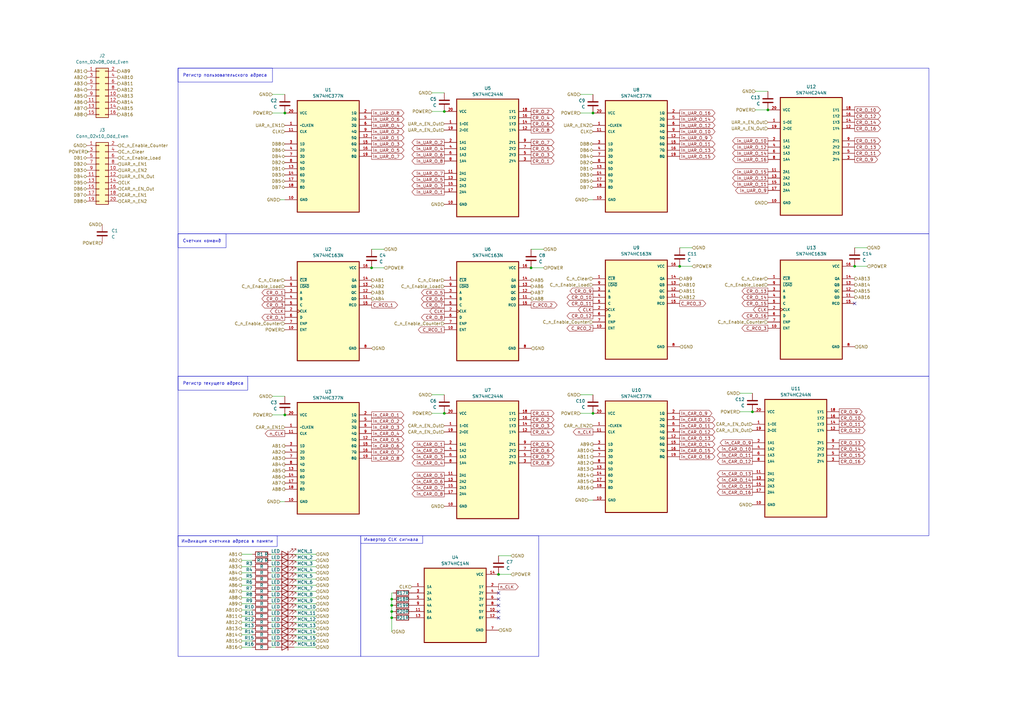
<source format=kicad_sch>
(kicad_sch (version 20230121) (generator eeschema)
  (paper "A3")
  (title_block (title "Схема электрическая \\n принципиальная \\n счетчика команд"))
  (junction (at 182.245 45.72))
  (junction (at 116.84 170.18))
  (junction (at 160.655 248.285))
  (junction (at 204.47 235.585))
  (junction (at 314.96 45.085))
  (junction (at 308.61 168.91))
  (junction (at 243.205 169.545))
  (junction (at 152.4 109.855))
  (junction (at 243.205 46.355))
  (junction (at 182.245 169.545))
  (junction (at 278.765 109.22))
  (junction (at 350.52 109.22))
  (junction (at 217.805 109.855))
  (junction (at 160.655 253.365))
  (junction (at 160.655 245.745))
  (junction (at 160.655 250.825))
  (junction (at 116.84 46.355))
  (no_connect (at 350.52 124.46))
  (no_connect (at 204.47 248.285))
  (no_connect (at 204.47 245.745))
  (no_connect (at 204.47 243.205))
  (no_connect (at 204.47 253.365))
  (no_connect (at 204.47 250.825))
  (wire (pts (xy 114.935 81.915) (xy 116.84 81.915)))
  (wire (pts (xy 308.61 161.29) (xy 303.53 161.29)))
  (wire (pts (xy 120.65 242.57) (xy 129.54 242.57)))
  (wire (pts (xy 114.935 205.74) (xy 116.84 205.74)))
  (wire (pts (xy 217.805 102.235) (xy 222.885 102.235)))
  (wire (pts (xy 111.125 247.65) (xy 113.03 247.65)))
  (wire (pts (xy 243.205 169.545) (xy 238.125 169.545)))
  (wire (pts (xy 103.505 252.73) (xy 99.06 252.73)))
  (wire (pts (xy 35.56 62.23) (xy 36.195 62.23)))
  (wire (pts (xy 160.655 245.745) (xy 160.655 243.205)))
  (wire (pts (xy 113.03 255.27) (xy 111.125 255.27)))
  (wire (pts (xy 120.65 227.33) (xy 129.54 227.33)))
  (wire (pts (xy 278.765 109.22) (xy 283.845 109.22)))
  (wire (pts (xy 120.65 245.11) (xy 129.54 245.11)))
  (wire (pts (xy 152.4 102.235) (xy 157.48 102.235)))
  (wire (pts (xy 204.47 235.585) (xy 209.55 235.585)))
  (wire (pts (xy 243.205 161.925) (xy 238.125 161.925)))
  (wire (pts (xy 241.3 81.915) (xy 243.205 81.915)))
  (wire (pts (xy 120.65 257.81) (xy 129.54 257.81)))
  (wire (pts (xy 120.65 237.49) (xy 129.54 237.49)))
  (wire (pts (xy 204.47 227.965) (xy 209.55 227.965)))
  (wire (pts (xy 116.84 170.18) (xy 111.76 170.18)))
  (wire (pts (xy 160.655 253.365) (xy 160.655 250.825)))
  (wire (pts (xy 103.505 227.33) (xy 99.06 227.33)))
  (wire (pts (xy 160.655 250.825) (xy 160.655 248.285)))
  (wire (pts (xy 116.84 46.355) (xy 111.76 46.355)))
  (wire (pts (xy 120.65 247.65) (xy 129.54 247.65)))
  (wire (pts (xy 103.505 250.19) (xy 99.06 250.19)))
  (wire (pts (xy 120.65 260.35) (xy 129.54 260.35)))
  (wire (pts (xy 116.84 162.56) (xy 111.76 162.56)))
  (wire (pts (xy 113.03 232.41) (xy 111.125 232.41)))
  (wire (pts (xy 113.03 242.57) (xy 111.125 242.57)))
  (wire (pts (xy 160.655 248.285) (xy 160.655 245.745)))
  (wire (pts (xy 120.65 234.95) (xy 129.54 234.95)))
  (wire (pts (xy 113.03 260.35) (xy 111.125 260.35)))
  (wire (pts (xy 103.505 234.95) (xy 99.06 234.95)))
  (wire (pts (xy 120.65 240.03) (xy 129.54 240.03)))
  (wire (pts (xy 113.03 257.81) (xy 111.125 257.81)))
  (wire (pts (xy 314.96 37.465) (xy 309.88 37.465)))
  (wire (pts (xy 182.245 161.925) (xy 177.165 161.925)))
  (wire (pts (xy 120.65 252.73) (xy 129.54 252.73)))
  (wire (pts (xy 103.505 260.35) (xy 99.06 260.35)))
  (wire (pts (xy 120.65 255.27) (xy 129.54 255.27)))
  (wire (pts (xy 113.03 252.73) (xy 111.125 252.73)))
  (wire (pts (xy 113.03 237.49) (xy 111.125 237.49)))
  (wire (pts (xy 350.52 109.22) (xy 355.6 109.22)))
  (wire (pts (xy 103.505 262.89) (xy 99.06 262.89)))
  (wire (pts (xy 103.505 245.11) (xy 99.06 245.11)))
  (wire (pts (xy 243.205 38.735) (xy 238.125 38.735)))
  (wire (pts (xy 182.245 38.1) (xy 177.165 38.1)))
  (wire (pts (xy 103.505 265.43) (xy 99.06 265.43)))
  (wire (pts (xy 241.3 205.105) (xy 243.205 205.105)))
  (wire (pts (xy 103.505 257.81) (xy 99.06 257.81)))
  (wire (pts (xy 120.65 250.19) (xy 129.54 250.19)))
  (wire (pts (xy 243.205 46.355) (xy 238.125 46.355)))
  (wire (pts (xy 160.655 253.365) (xy 161.29 253.365)))
  (wire (pts (xy 103.505 229.87) (xy 99.06 229.87)))
  (wire (pts (xy 152.4 109.855) (xy 157.48 109.855)))
  (wire (pts (xy 182.245 45.72) (xy 177.165 45.72)))
  (wire (pts (xy 160.655 245.745) (xy 161.29 245.745)))
  (wire (pts (xy 278.765 101.6) (xy 283.845 101.6)))
  (wire (pts (xy 113.03 240.03) (xy 111.125 240.03)))
  (wire (pts (xy 160.655 243.205) (xy 161.29 243.205)))
  (wire (pts (xy 120.65 262.89) (xy 129.54 262.89)))
  (wire (pts (xy 113.03 262.89) (xy 111.125 262.89)))
  (wire (pts (xy 103.505 232.41) (xy 99.06 232.41)))
  (wire (pts (xy 113.03 265.43) (xy 111.125 265.43)))
  (wire (pts (xy 120.65 229.87) (xy 129.54 229.87)))
  (wire (pts (xy 182.245 169.545) (xy 177.165 169.545)))
  (wire (pts (xy 111.125 227.33) (xy 113.03 227.33)))
  (wire (pts (xy 160.655 248.285) (xy 161.29 248.285)))
  (wire (pts (xy 111.125 229.87) (xy 113.03 229.87)))
  (wire (pts (xy 111.125 250.19) (xy 113.03 250.19)))
  (wire (pts (xy 217.805 109.855) (xy 222.885 109.855)))
  (wire (pts (xy 160.655 259.08) (xy 160.655 253.365)))
  (wire (pts (xy 160.655 250.825) (xy 161.29 250.825)))
  (wire (pts (xy 116.84 38.735) (xy 111.76 38.735)))
  (wire (pts (xy 103.505 255.27) (xy 99.06 255.27)))
  (wire (pts (xy 113.03 245.11) (xy 111.125 245.11)))
  (wire (pts (xy 103.505 237.49) (xy 99.06 237.49)))
  (wire (pts (xy 308.61 168.91) (xy 303.53 168.91)))
  (wire (pts (xy 120.65 265.43) (xy 129.54 265.43)))
  (wire (pts (xy 350.52 101.6) (xy 355.6 101.6)))
  (wire (pts (xy 103.505 242.57) (xy 99.06 242.57)))
  (wire (pts (xy 314.96 45.085) (xy 309.88 45.085)))
  (wire (pts (xy 120.65 232.41) (xy 129.54 232.41)))
  (wire (pts (xy 103.505 240.03) (xy 99.06 240.03)))
  (wire (pts (xy 103.505 247.65) (xy 99.06 247.65)))
  (wire (pts (xy 113.03 234.95) (xy 111.125 234.95)))
  (rectangle (start 73.025 27.94) (end 381 95.885))
  (rectangle (start 73.025 219.71) (end 147.955 269.24))
  (rectangle (start 73.025 219.71) (end 113.665 224.155))
  (rectangle (start 73.025 95.885) (end 381 154.305))
  (rectangle (start 73.025 27.94) (end 111.76 33.655))
  (rectangle (start 73.025 154.305) (end 101.6 160.02))
  (rectangle (start 147.955 219.71) (end 173.355 222.885))
  (rectangle (start 73.025 154.305) (end 381 219.71))
  (rectangle (start 147.955 219.71) (end 220.98 269.24))
  (rectangle (start 73.025 95.885) (end 92.71 101.6))
  (text "Регистр пользовательского адреса" (at 74.93 31.75 0) (effects (font (size 1.27 1.27)) (justify left bottom)))
  (text "Регистр текущего адреса" (at 74.93 158.115 0) (effects (font (size 1.27 1.27)) (justify left bottom)))
  (text "Счетчик команд\n" (at 74.93 99.695 0) (effects (font (size 1.27 1.27)) (justify left bottom)))
  (text "Инвертор CLK сигнала" (at 149.225 222.25 0) (effects (font (size 1.27 1.27)) (justify left bottom)))
  (text "Индикация счетчика адреса в памяти" (at 74.295 222.885 0) (effects (font (size 1.27 1.27)) (justify left bottom)))
  (global_label "in_UAR_O_13" (shape output) (at 278.765 61.595 0) (property "Intersheetrefs" "${INTERSHEET_REFS}" (effects hide)))
  (global_label "CR_O_14" (shape output) (at 314.96 121.92 180) (property "Intersheetrefs" "${INTERSHEET_REFS}" (effects hide)))
  (global_label "in_СAR_O_14" (shape output) (at 278.765 182.245 0) (property "Intersheetrefs" "${INTERSHEET_REFS}" (effects hide)))
  (global_label "in_СAR_O_1" (shape output) (at 182.245 182.245 180) (property "Intersheetrefs" "${INTERSHEET_REFS}" (effects hide)))
  (global_label "in_UAR_O_3" (shape output) (at 182.245 76.2 180) (property "Intersheetrefs" "${INTERSHEET_REFS}" (effects hide)))
  (global_label "CR_O_9" (shape output) (at 344.17 168.91 0) (property "Intersheetrefs" "${INTERSHEET_REFS}" (effects hide)))
  (global_label "CR_O_16" (shape output) (at 314.96 129.54 180) (property "Intersheetrefs" "${INTERSHEET_REFS}" (effects hide)))
  (global_label "in_UAR_O_16" (shape output) (at 278.765 46.355 0) (property "Intersheetrefs" "${INTERSHEET_REFS}" (effects hide)))
  (global_label "in_СAR_O_9" (shape output) (at 278.765 169.545 0) (property "Intersheetrefs" "${INTERSHEET_REFS}" (effects hide)))
  (global_label "in_UAR_O_6" (shape output) (at 182.245 63.5 180) (property "Intersheetrefs" "${INTERSHEET_REFS}" (effects hide)))
  (global_label "CR_O_9" (shape output) (at 350.52 65.405 0) (property "Intersheetrefs" "${INTERSHEET_REFS}" (effects hide)))
  (global_label "in_СAR_O_7" (shape output) (at 182.245 200.025 180) (property "Intersheetrefs" "${INTERSHEET_REFS}" (effects hide)))
  (global_label "C_RCO_2" (shape output) (at 243.205 134.62 180) (property "Intersheetrefs" "${INTERSHEET_REFS}" (effects hide)))
  (global_label "in_СAR_O_11" (shape output) (at 308.61 186.69 180) (property "Intersheetrefs" "${INTERSHEET_REFS}" (effects hide)))
  (global_label "CR_O_11" (shape output) (at 350.52 62.865 0) (property "Intersheetrefs" "${INTERSHEET_REFS}" (effects hide)))
  (global_label "CR_O_9" (shape output) (at 243.205 119.38 180) (property "Intersheetrefs" "${INTERSHEET_REFS}" (effects hide)))
  (global_label "CR_O_3" (shape output) (at 116.84 125.095 180) (property "Intersheetrefs" "${INTERSHEET_REFS}" (effects hide)))
  (global_label "in_СAR_O_4" (shape output) (at 152.4 177.8 0) (property "Intersheetrefs" "${INTERSHEET_REFS}" (effects hide)))
  (global_label "CR_O_8" (shape output) (at 217.805 189.865 0) (property "Intersheetrefs" "${INTERSHEET_REFS}" (effects hide)))
  (global_label "in_UAR_O_15" (shape output) (at 314.96 70.485 180) (property "Intersheetrefs" "${INTERSHEET_REFS}" (effects hide)))
  (global_label "CR_O_4" (shape output) (at 217.805 48.26 0) (property "Intersheetrefs" "${INTERSHEET_REFS}" (effects hide)))
  (global_label "CR_O_13" (shape output) (at 344.17 181.61 0) (property "Intersheetrefs" "${INTERSHEET_REFS}" (effects hide)))
  (global_label "CR_O_12" (shape output) (at 350.52 47.625 0) (property "Intersheetrefs" "${INTERSHEET_REFS}" (effects hide)))
  (global_label "in_СAR_O_10" (shape output) (at 308.61 184.15 180) (property "Intersheetrefs" "${INTERSHEET_REFS}" (effects hide)))
  (global_label "CR_O_4" (shape output) (at 116.84 130.175 180) (property "Intersheetrefs" "${INTERSHEET_REFS}" (effects hide)))
  (global_label "in_СAR_O_8" (shape output) (at 152.4 187.96 0) (property "Intersheetrefs" "${INTERSHEET_REFS}" (effects hide)))
  (global_label "n_CLK" (shape output) (at 116.84 177.8 180) (property "Intersheetrefs" "${INTERSHEET_REFS}" (effects hide)))
  (global_label "CR_O_14" (shape output) (at 350.52 50.165 0) (property "Intersheetrefs" "${INTERSHEET_REFS}" (effects hide)))
  (global_label "in_СAR_O_3" (shape output) (at 182.245 187.325 180) (property "Intersheetrefs" "${INTERSHEET_REFS}" (effects hide)))
  (global_label "CR_O_4" (shape output) (at 217.805 177.165 0) (property "Intersheetrefs" "${INTERSHEET_REFS}" (effects hide)))
  (global_label "CR_O_16" (shape output) (at 350.52 52.705 0) (property "Intersheetrefs" "${INTERSHEET_REFS}" (effects hide)))
  (global_label "in_UAR_O_8" (shape output) (at 182.245 66.04 180) (property "Intersheetrefs" "${INTERSHEET_REFS}" (effects hide)))
  (global_label "in_UAR_O_14" (shape output) (at 278.765 48.895 0) (property "Intersheetrefs" "${INTERSHEET_REFS}" (effects hide)))
  (global_label "in_СAR_O_12" (shape output) (at 278.765 177.165 0) (property "Intersheetrefs" "${INTERSHEET_REFS}" (effects hide)))
  (global_label "C_RCO_3" (shape output) (at 278.765 124.46 0) (property "Intersheetrefs" "${INTERSHEET_REFS}" (effects hide)))
  (global_label "CR_O_7" (shape output) (at 217.805 58.42 0) (property "Intersheetrefs" "${INTERSHEET_REFS}" (effects hide)))
  (global_label "CR_O_1" (shape output) (at 116.84 120.015 180) (property "Intersheetrefs" "${INTERSHEET_REFS}" (effects hide)))
  (global_label "in_СAR_O_5" (shape output) (at 182.245 194.945 180) (property "Intersheetrefs" "${INTERSHEET_REFS}" (effects hide)))
  (global_label "CR_O_11" (shape output) (at 344.17 173.99 0) (property "Intersheetrefs" "${INTERSHEET_REFS}" (effects hide)))
  (global_label "in_UAR_O_8" (shape output) (at 152.4 46.355 0) (property "Intersheetrefs" "${INTERSHEET_REFS}" (effects hide)))
  (global_label "CR_O_5" (shape output) (at 217.805 60.96 0) (property "Intersheetrefs" "${INTERSHEET_REFS}" (effects hide)))
  (global_label "in_СAR_O_9" (shape output) (at 308.61 181.61 180) (property "Intersheetrefs" "${INTERSHEET_REFS}" (effects hide)))
  (global_label "in_UAR_O_6" (shape output) (at 152.4 48.895 0) (property "Intersheetrefs" "${INTERSHEET_REFS}" (effects hide)))
  (global_label "in_СAR_O_12" (shape output) (at 308.61 189.23 180) (property "Intersheetrefs" "${INTERSHEET_REFS}" (effects hide)))
  (global_label "in_UAR_O_2" (shape output) (at 182.245 58.42 180) (property "Intersheetrefs" "${INTERSHEET_REFS}" (effects hide)))
  (global_label "in_UAR_O_2" (shape output) (at 152.4 53.975 0) (property "Intersheetrefs" "${INTERSHEET_REFS}" (effects hide)))
  (global_label "CR_O_15" (shape output) (at 350.52 57.785 0) (property "Intersheetrefs" "${INTERSHEET_REFS}" (effects hide)))
  (global_label "C_RCO_3" (shape output) (at 314.96 134.62 180) (property "Intersheetrefs" "${INTERSHEET_REFS}" (effects hide)))
  (global_label "in_СAR_O_7" (shape output) (at 152.4 185.42 0) (property "Intersheetrefs" "${INTERSHEET_REFS}" (effects hide)))
  (global_label "in_UAR_O_7" (shape output) (at 182.245 71.12 180) (property "Intersheetrefs" "${INTERSHEET_REFS}" (effects hide)))
  (global_label "in_UAR_O_12" (shape output) (at 278.765 51.435 0) (property "Intersheetrefs" "${INTERSHEET_REFS}" (effects hide)))
  (global_label "CR_O_15" (shape output) (at 344.17 186.69 0) (property "Intersheetrefs" "${INTERSHEET_REFS}" (effects hide)))
  (global_label "in_СAR_O_6" (shape output) (at 152.4 182.88 0) (property "Intersheetrefs" "${INTERSHEET_REFS}" (effects hide)))
  (global_label "in_UAR_O_1" (shape output) (at 182.245 78.74 180) (property "Intersheetrefs" "${INTERSHEET_REFS}" (effects hide)))
  (global_label "CR_O_2" (shape output) (at 116.84 122.555 180) (property "Intersheetrefs" "${INTERSHEET_REFS}" (effects hide)))
  (global_label "in_СAR_O_3" (shape output) (at 152.4 175.26 0) (property "Intersheetrefs" "${INTERSHEET_REFS}" (effects hide)))
  (global_label "in_UAR_O_4" (shape output) (at 152.4 51.435 0) (property "Intersheetrefs" "${INTERSHEET_REFS}" (effects hide)))
  (global_label "in_СAR_O_10" (shape output) (at 278.765 172.085 0) (property "Intersheetrefs" "${INTERSHEET_REFS}" (effects hide)))
  (global_label "CR_O_8" (shape output) (at 217.805 53.34 0) (property "Intersheetrefs" "${INTERSHEET_REFS}" (effects hide)))
  (global_label "CR_O_16" (shape output) (at 344.17 189.23 0) (property "Intersheetrefs" "${INTERSHEET_REFS}" (effects hide)))
  (global_label "in_СAR_O_4" (shape output) (at 182.245 189.865 180) (property "Intersheetrefs" "${INTERSHEET_REFS}" (effects hide)))
  (global_label "C_RCO_2" (shape output) (at 217.805 125.095 0) (property "Intersheetrefs" "${INTERSHEET_REFS}" (effects hide)))
  (global_label "in_СAR_O_16" (shape output) (at 278.765 187.325 0) (property "Intersheetrefs" "${INTERSHEET_REFS}" (effects hide)))
  (global_label "C_RCO_1" (shape output) (at 152.4 125.095 0) (property "Intersheetrefs" "${INTERSHEET_REFS}" (effects hide)))
  (global_label "CR_O_5" (shape output) (at 217.805 182.245 0) (property "Intersheetrefs" "${INTERSHEET_REFS}" (effects hide)))
  (global_label "in_СAR_O_15" (shape output) (at 278.765 184.785 0) (property "Intersheetrefs" "${INTERSHEET_REFS}" (effects hide)))
  (global_label "CR_O_6" (shape output) (at 217.805 50.8 0) (property "Intersheetrefs" "${INTERSHEET_REFS}" (effects hide)))
  (global_label "in_UAR_O_12" (shape output) (at 314.96 60.325 180) (property "Intersheetrefs" "${INTERSHEET_REFS}" (effects hide)))
  (global_label "CLK" (shape output) (at 314.96 127 180) (property "Intersheetrefs" "${INTERSHEET_REFS}" (effects hide)))
  (global_label "CR_O_1" (shape output) (at 217.805 66.04 0) (property "Intersheetrefs" "${INTERSHEET_REFS}" (effects hide)))
  (global_label "n_CLK" (shape output) (at 204.47 240.665 0) (property "Intersheetrefs" "${INTERSHEET_REFS}" (effects hide)))
  (global_label "in_СAR_O_14" (shape output) (at 308.61 196.85 180) (property "Intersheetrefs" "${INTERSHEET_REFS}" (effects hide)))
  (global_label "in_СAR_O_2" (shape output) (at 152.4 172.72 0) (property "Intersheetrefs" "${INTERSHEET_REFS}" (effects hide)))
  (global_label "CR_O_2" (shape output) (at 217.805 172.085 0) (property "Intersheetrefs" "${INTERSHEET_REFS}" (effects hide)))
  (global_label "CR_O_3" (shape output) (at 217.805 174.625 0) (property "Intersheetrefs" "${INTERSHEET_REFS}" (effects hide)))
  (global_label "in_UAR_O_11" (shape output) (at 278.765 59.055 0) (property "Intersheetrefs" "${INTERSHEET_REFS}" (effects hide)))
  (global_label "C_RCO_1" (shape output) (at 182.245 135.255 180) (property "Intersheetrefs" "${INTERSHEET_REFS}" (effects hide)))
  (global_label "CR_O_11" (shape output) (at 243.205 124.46 180) (property "Intersheetrefs" "${INTERSHEET_REFS}" (effects hide)))
  (global_label "in_СAR_O_6" (shape output) (at 182.245 197.485 180) (property "Intersheetrefs" "${INTERSHEET_REFS}" (effects hide)))
  (global_label "CR_O_2" (shape output) (at 217.805 45.72 0) (property "Intersheetrefs" "${INTERSHEET_REFS}" (effects hide)))
  (global_label "in_UAR_O_9" (shape output) (at 278.765 56.515 0) (property "Intersheetrefs" "${INTERSHEET_REFS}" (effects hide)))
  (global_label "CR_O_13" (shape output) (at 350.52 60.325 0) (property "Intersheetrefs" "${INTERSHEET_REFS}" (effects hide)))
  (global_label "CR_O_8" (shape output) (at 182.245 130.175 180) (property "Intersheetrefs" "${INTERSHEET_REFS}" (effects hide)))
  (global_label "in_СAR_O_2" (shape output) (at 182.245 184.785 180) (property "Intersheetrefs" "${INTERSHEET_REFS}" (effects hide)))
  (global_label "in_СAR_O_16" (shape output) (at 308.61 201.93 180) (property "Intersheetrefs" "${INTERSHEET_REFS}" (effects hide)))
  (global_label "CLK" (shape output) (at 182.245 127.635 180) (property "Intersheetrefs" "${INTERSHEET_REFS}" (effects hide)))
  (global_label "in_СAR_O_15" (shape output) (at 308.61 199.39 180) (property "Intersheetrefs" "${INTERSHEET_REFS}" (effects hide)))
  (global_label "CR_O_12" (shape output) (at 344.17 176.53 0) (property "Intersheetrefs" "${INTERSHEET_REFS}" (effects hide)))
  (global_label "in_СAR_O_11" (shape output) (at 278.765 174.625 0) (property "Intersheetrefs" "${INTERSHEET_REFS}" (effects hide)))
  (global_label "in_UAR_O_13" (shape output) (at 314.96 73.025 180) (property "Intersheetrefs" "${INTERSHEET_REFS}" (effects hide)))
  (global_label "in_СAR_O_5" (shape output) (at 152.4 180.34 0) (property "Intersheetrefs" "${INTERSHEET_REFS}" (effects hide)))
  (global_label "CR_O_10" (shape output) (at 243.205 121.92 180) (property "Intersheetrefs" "${INTERSHEET_REFS}" (effects hide)))
  (global_label "CR_O_12" (shape output) (at 243.205 129.54 180) (property "Intersheetrefs" "${INTERSHEET_REFS}" (effects hide)))
  (global_label "in_UAR_O_9" (shape output) (at 314.96 78.105 180) (property "Intersheetrefs" "${INTERSHEET_REFS}" (effects hide)))
  (global_label "in_UAR_O_7" (shape output) (at 152.4 64.135 0) (property "Intersheetrefs" "${INTERSHEET_REFS}" (effects hide)))
  (global_label "in_UAR_O_10" (shape output) (at 314.96 57.785 180) (property "Intersheetrefs" "${INTERSHEET_REFS}" (effects hide)))
  (global_label "in_UAR_O_11" (shape output) (at 314.96 75.565 180) (property "Intersheetrefs" "${INTERSHEET_REFS}" (effects hide)))
  (global_label "in_UAR_O_5" (shape output) (at 182.245 73.66 180) (property "Intersheetrefs" "${INTERSHEET_REFS}" (effects hide)))
  (global_label "in_UAR_O_15" (shape output) (at 278.765 64.135 0) (property "Intersheetrefs" "${INTERSHEET_REFS}" (effects hide)))
  (global_label "in_СAR_O_1" (shape output) (at 152.4 170.18 0) (property "Intersheetrefs" "${INTERSHEET_REFS}" (effects hide)))
  (global_label "CR_O_5" (shape output) (at 182.245 120.015 180) (property "Intersheetrefs" "${INTERSHEET_REFS}" (effects hide)))
  (global_label "n_CLK" (shape output) (at 243.205 177.165 180) (property "Intersheetrefs" "${INTERSHEET_REFS}" (effects hide)))
  (global_label "CR_O_7" (shape output) (at 182.245 125.095 180) (property "Intersheetrefs" "${INTERSHEET_REFS}" (effects hide)))
  (global_label "in_СAR_O_13" (shape output) (at 308.61 194.31 180) (property "Intersheetrefs" "${INTERSHEET_REFS}" (effects hide)))
  (global_label "CR_O_6" (shape output) (at 182.245 122.555 180) (property "Intersheetrefs" "${INTERSHEET_REFS}" (effects hide)))
  (global_label "CLK" (shape output) (at 116.84 127.635 180) (property "Intersheetrefs" "${INTERSHEET_REFS}" (effects hide)))
  (global_label "CR_O_1" (shape output) (at 217.805 169.545 0) (property "Intersheetrefs" "${INTERSHEET_REFS}" (effects hide)))
  (global_label "in_UAR_O_16" (shape output) (at 314.96 65.405 180) (property "Intersheetrefs" "${INTERSHEET_REFS}" (effects hide)))
  (global_label "CR_O_14" (shape output) (at 344.17 184.15 0) (property "Intersheetrefs" "${INTERSHEET_REFS}" (effects hide)))
  (global_label "CR_O_6" (shape output) (at 217.805 184.785 0) (property "Intersheetrefs" "${INTERSHEET_REFS}" (effects hide)))
  (global_label "CR_O_10" (shape output) (at 344.17 171.45 0) (property "Intersheetrefs" "${INTERSHEET_REFS}" (effects hide)))
  (global_label "in_UAR_O_10" (shape output) (at 278.765 53.975 0) (property "Intersheetrefs" "${INTERSHEET_REFS}" (effects hide)))
  (global_label "in_UAR_O_1" (shape output) (at 152.4 56.515 0) (property "Intersheetrefs" "${INTERSHEET_REFS}" (effects hide)))
  (global_label "in_UAR_O_4" (shape output) (at 182.245 60.96 180) (property "Intersheetrefs" "${INTERSHEET_REFS}" (effects hide)))
  (global_label "CR_O_13" (shape output) (at 314.96 119.38 180) (property "Intersheetrefs" "${INTERSHEET_REFS}" (effects hide)))
  (global_label "in_UAR_O_14" (shape output) (at 314.96 62.865 180) (property "Intersheetrefs" "${INTERSHEET_REFS}" (effects hide)))
  (global_label "in_СAR_O_13" (shape output) (at 278.765 179.705 0) (property "Intersheetrefs" "${INTERSHEET_REFS}" (effects hide)))
  (global_label "CR_O_15" (shape output) (at 314.96 124.46 180) (property "Intersheetrefs" "${INTERSHEET_REFS}" (effects hide)))
  (global_label "in_UAR_O_3" (shape output) (at 152.4 59.055 0) (property "Intersheetrefs" "${INTERSHEET_REFS}" (effects hide)))
  (global_label "CLK" (shape output) (at 243.205 127 180) (property "Intersheetrefs" "${INTERSHEET_REFS}" (effects hide)))
  (global_label "in_UAR_O_5" (shape output) (at 152.4 61.595 0) (property "Intersheetrefs" "${INTERSHEET_REFS}" (effects hide)))
  (global_label "CR_O_10" (shape output) (at 350.52 45.085 0) (property "Intersheetrefs" "${INTERSHEET_REFS}" (effects hide)))
  (global_label "in_СAR_O_8" (shape output) (at 182.245 202.565 180) (property "Intersheetrefs" "${INTERSHEET_REFS}" (effects hide)))
  (global_label "CR_O_7" (shape output) (at 217.805 187.325 0) (property "Intersheetrefs" "${INTERSHEET_REFS}" (effects hide)))
  (global_label "CR_O_3" (shape output) (at 217.805 63.5 0) (property "Intersheetrefs" "${INTERSHEET_REFS}" (effects hide)))
  (hierarchical_label "AB9" (shape output) (at 48.26 29.21 0))
  (hierarchical_label "DB7" (shape bidirectional) (at 116.84 76.835 180))
  (hierarchical_label "AB12" (shape output) (at 243.205 189.865 180))
  (hierarchical_label "GND" (shape input) (at 157.48 102.235 0))
  (hierarchical_label "C_n_Enable_Load" (shape input) (at 48.26 64.77 0))
  (hierarchical_label "AB7" (shape output) (at 217.805 120.015 0))
  (hierarchical_label "GND" (shape input) (at 355.6 101.6 0))
  (hierarchical_label "AB13" (shape output) (at 99.06 257.81 180))
  (hierarchical_label "AB13" (shape output) (at 350.52 114.3 0))
  (hierarchical_label "GND" (shape input) (at 114.935 81.915 180))
  (hierarchical_label "GND" (shape input) (at 241.3 81.915 180))
  (hierarchical_label "GND" (shape input) (at 129.54 252.73 0))
  (hierarchical_label "GND" (shape input) (at 177.165 38.1 180))
  (hierarchical_label "AB14" (shape output) (at 99.06 260.35 180))
  (hierarchical_label "AB6" (shape output) (at 116.84 195.58 180))
  (hierarchical_label "GND" (shape input) (at 283.845 101.6 0))
  (hierarchical_label "AB10" (shape output) (at 99.06 250.19 180))
  (hierarchical_label "POWER" (shape input) (at 36.195 62.23 180))
  (hierarchical_label "DB2" (shape bidirectional) (at 116.84 66.675 180))
  (hierarchical_label "GND" (shape input) (at 129.54 232.41 0))
  (hierarchical_label "AB14" (shape output) (at 243.205 194.945 180))
  (hierarchical_label "GND" (shape input) (at 129.54 255.27 0))
  (hierarchical_label "AB15" (shape output) (at 99.06 262.89 180))
  (hierarchical_label "GND" (shape input) (at 129.54 240.03 0))
  (hierarchical_label "CAR_n_EN_Out" (shape input) (at 308.61 176.53 180))
  (hierarchical_label "GND" (shape input) (at 129.54 229.87 0))
  (hierarchical_label "UAR_n_EN_Out" (shape input) (at 314.96 52.705 180))
  (hierarchical_label "AB14" (shape output) (at 48.26 41.91 0))
  (hierarchical_label "CLK" (shape input) (at 168.91 240.665 180))
  (hierarchical_label "GND" (shape input) (at 129.54 242.57 0))
  (hierarchical_label "DB8" (shape bidirectional) (at 243.205 59.055 180))
  (hierarchical_label "DB1" (shape bidirectional) (at 35.56 64.77 180))
  (hierarchical_label "GND" (shape input) (at 129.54 250.19 0))
  (hierarchical_label "AB11" (shape output) (at 243.205 187.325 180))
  (hierarchical_label "AB3" (shape output) (at 116.84 187.96 180))
  (hierarchical_label "DB1" (shape bidirectional) (at 243.205 69.215 180))
  (hierarchical_label "GND" (shape input) (at 204.47 258.445 0))
  (hierarchical_label "C_n_Enable_Counter" (shape input) (at 182.245 132.715 180))
  (hierarchical_label "CLK" (shape input) (at 48.26 74.93 0))
  (hierarchical_label "AB2" (shape output) (at 99.06 229.87 180))
  (hierarchical_label "UAR_n_EN1" (shape input) (at 116.84 51.435 180))
  (hierarchical_label "AB8" (shape output) (at 35.56 46.99 180))
  (hierarchical_label "GND" (shape input) (at 114.935 205.74 180))
  (hierarchical_label "GND" (shape input) (at 217.805 142.875 0))
  (hierarchical_label "DB2" (shape bidirectional) (at 35.56 67.31 180))
  (hierarchical_label "POWER" (shape input) (at 209.55 235.585 0))
  (hierarchical_label "DB8" (shape bidirectional) (at 116.84 59.055 180))
  (hierarchical_label "GND" (shape input) (at 35.56 59.69 180))
  (hierarchical_label "DB5" (shape bidirectional) (at 243.205 74.295 180))
  (hierarchical_label "GND" (shape input) (at 238.125 38.735 180))
  (hierarchical_label "GND" (shape input) (at 308.61 207.01 180))
  (hierarchical_label "GND" (shape input) (at 111.76 162.56 180))
  (hierarchical_label "AB7" (shape output) (at 99.06 242.57 180))
  (hierarchical_label "DB4" (shape bidirectional) (at 116.84 64.135 180))
  (hierarchical_label "AB16" (shape output) (at 243.205 200.025 180))
  (hierarchical_label "AB1" (shape output) (at 152.4 114.935 0))
  (hierarchical_label "AB12" (shape output) (at 99.06 255.27 180))
  (hierarchical_label "GND" (shape input) (at 177.165 161.925 180))
  (hierarchical_label "AB12" (shape output) (at 278.765 121.92 0))
  (hierarchical_label "AB2" (shape output) (at 152.4 117.475 0))
  (hierarchical_label "DB7" (shape bidirectional) (at 243.205 76.835 180))
  (hierarchical_label "DB3" (shape bidirectional) (at 243.205 71.755 180))
  (hierarchical_label "C_n_Enable_Counter" (shape input) (at 243.205 132.08 180))
  (hierarchical_label "AB8" (shape output) (at 217.805 122.555 0))
  (hierarchical_label "GND" (shape input) (at 309.88 37.465 180))
  (hierarchical_label "GND" (shape input) (at 111.76 38.735 180))
  (hierarchical_label "UAR_n_EN1" (shape input) (at 48.26 67.31 0))
  (hierarchical_label "AB7" (shape output) (at 35.56 44.45 180))
  (hierarchical_label "AB4" (shape output) (at 99.06 234.95 180))
  (hierarchical_label "UAR_n_EN_Out" (shape input) (at 182.245 53.34 180))
  (hierarchical_label "POWER" (shape input) (at 355.6 109.22 0))
  (hierarchical_label "GND" (shape input) (at 129.54 260.35 0))
  (hierarchical_label "DB3" (shape bidirectional) (at 116.84 71.755 180))
  (hierarchical_label "POWER" (shape input) (at 177.165 45.72 180))
  (hierarchical_label "CAR_n_EN_Out" (shape input) (at 308.61 173.99 180))
  (hierarchical_label "AB8" (shape output) (at 116.84 200.66 180))
  (hierarchical_label "C_n_Enable_Load" (shape input) (at 243.205 116.84 180))
  (hierarchical_label "AB7" (shape output) (at 116.84 198.12 180))
  (hierarchical_label "CAR_n_EN1" (shape input) (at 116.84 175.26 180))
  (hierarchical_label "AB2" (shape output) (at 116.84 185.42 180))
  (hierarchical_label "GND" (shape input) (at 350.52 142.24 0))
  (hierarchical_label "AB3" (shape output) (at 99.06 232.41 180))
  (hierarchical_label "GND" (shape input) (at 182.245 207.645 180))
  (hierarchical_label "C_n_Clear" (shape input) (at 116.84 114.935 180))
  (hierarchical_label "POWER" (shape input) (at 116.84 135.255 180))
  (hierarchical_label "POWER" (shape input) (at 303.53 168.91 180))
  (hierarchical_label "DB5" (shape bidirectional) (at 116.84 74.295 180))
  (hierarchical_label "POWER" (shape input) (at 238.125 46.355 180))
  (hierarchical_label "POWER" (shape input) (at 157.48 109.855 0))
  (hierarchical_label "C_n_Clear" (shape input) (at 243.205 114.3 180))
  (hierarchical_label "GND" (shape input) (at 41.91 92.075 180))
  (hierarchical_label "DB5" (shape bidirectional) (at 35.56 74.93 180))
  (hierarchical_label "AB5" (shape output) (at 217.805 114.935 0))
  (hierarchical_label "AB14" (shape output) (at 350.52 116.84 0))
  (hierarchical_label "AB6" (shape output) (at 217.805 117.475 0))
  (hierarchical_label "CAR_n_EN1" (shape input) (at 48.26 80.01 0))
  (hierarchical_label "AB10" (shape output) (at 243.205 184.785 180))
  (hierarchical_label "GND" (shape input) (at 222.885 102.235 0))
  (hierarchical_label "AB4" (shape output) (at 35.56 36.83 180))
  (hierarchical_label "AB3" (shape output) (at 35.56 34.29 180))
  (hierarchical_label "GND" (shape input) (at 129.54 234.95 0))
  (hierarchical_label "DB3" (shape bidirectional) (at 35.56 69.85 180))
  (hierarchical_label "POWER" (shape input) (at 238.125 169.545 180))
  (hierarchical_label "AB11" (shape output) (at 278.765 119.38 0))
  (hierarchical_label "GND" (shape input) (at 209.55 227.965 0))
  (hierarchical_label "AB12" (shape output) (at 48.26 36.83 0))
  (hierarchical_label "GND" (shape input) (at 129.54 245.11 0))
  (hierarchical_label "C_n_Enable_Counter" (shape input) (at 314.96 132.08 180))
  (hierarchical_label "GND" (shape input) (at 278.765 142.24 0))
  (hierarchical_label "GND" (shape input) (at 241.3 205.105 180))
  (hierarchical_label "C_n_Enable_Load" (shape input) (at 182.245 117.475 180))
  (hierarchical_label "C_n_Clear" (shape input) (at 182.245 114.935 180))
  (hierarchical_label "C_n_Enable_Counter" (shape input) (at 48.26 59.69 0))
  (hierarchical_label "AB15" (shape output) (at 350.52 119.38 0))
  (hierarchical_label "CLK" (shape input) (at 116.84 53.975 180))
  (hierarchical_label "DB4" (shape bidirectional) (at 35.56 72.39 180))
  (hierarchical_label "AB11" (shape output) (at 99.06 252.73 180))
  (hierarchical_label "CAR_n_EN_Out" (shape input) (at 48.26 77.47 0))
  (hierarchical_label "DB6" (shape bidirectional) (at 35.56 77.47 180))
  (hierarchical_label "AB15" (shape output) (at 243.205 197.485 180))
  (hierarchical_label "UAR_n_EN2" (shape input) (at 243.205 51.435 180))
  (hierarchical_label "UAR_n_EN_Out" (shape input) (at 48.26 72.39 0))
  (hierarchical_label "POWER" (shape input) (at 41.91 99.695 180))
  (hierarchical_label "AB8" (shape output) (at 99.06 245.11 180))
  (hierarchical_label "AB5" (shape output) (at 35.56 39.37 180))
  (hierarchical_label "AB1" (shape output) (at 116.84 182.88 180))
  (hierarchical_label "AB11" (shape output) (at 48.26 34.29 0))
  (hierarchical_label "GND" (shape input) (at 152.4 142.875 0))
  (hierarchical_label "DB6" (shape bidirectional) (at 243.205 61.595 180))
  (hierarchical_label "GND" (shape input) (at 314.96 83.185 180))
  (hierarchical_label "AB5" (shape output) (at 99.06 237.49 180))
  (hierarchical_label "DB7" (shape bidirectional) (at 35.56 80.01 180))
  (hierarchical_label "DB2" (shape bidirectional) (at 243.205 66.675 180))
  (hierarchical_label "GND" (shape input) (at 303.53 161.29 180))
  (hierarchical_label "GND" (shape input) (at 129.54 262.89 0))
  (hierarchical_label "DB1" (shape bidirectional) (at 116.84 69.215 180))
  (hierarchical_label "GND" (shape input) (at 129.54 247.65 0))
  (hierarchical_label "AB2" (shape output) (at 35.56 31.75 180))
  (hierarchical_label "DB6" (shape bidirectional) (at 116.84 61.595 180))
  (hierarchical_label "DB8" (shape bidirectional) (at 35.56 82.55 180))
  (hierarchical_label "CAR_n_EN_Out" (shape input) (at 182.245 174.625 180))
  (hierarchical_label "GND" (shape input) (at 238.125 161.925 180))
  (hierarchical_label "POWER" (shape input) (at 111.76 170.18 180))
  (hierarchical_label "AB9" (shape output) (at 278.765 114.3 0))
  (hierarchical_label "AB6" (shape output) (at 99.06 240.03 180))
  (hierarchical_label "AB1" (shape output) (at 35.56 29.21 180))
  (hierarchical_label "C_n_Clear" (shape input) (at 48.26 62.23 0))
  (hierarchical_label "C_n_Enable_Load" (shape input) (at 116.84 117.475 180))
  (hierarchical_label "AB13" (shape output) (at 48.26 39.37 0))
  (hierarchical_label "POWER" (shape input) (at 222.885 109.855 0))
  (hierarchical_label "C_n_Enable_Load" (shape input) (at 314.96 116.84 180))
  (hierarchical_label "AB10" (shape output) (at 278.765 116.84 0))
  (hierarchical_label "GND" (shape input) (at 129.54 227.33 0))
  (hierarchical_label "GND" (shape input) (at 129.54 257.81 0))
  (hierarchical_label "AB10" (shape output) (at 48.26 31.75 0))
  (hierarchical_label "GND" (shape input) (at 129.54 265.43 0))
  (hierarchical_label "UAR_n_EN2" (shape input) (at 48.26 69.85 0))
  (hierarchical_label "POWER" (shape input) (at 111.76 46.355 180))
  (hierarchical_label "C_n_Enable_Counter" (shape input) (at 116.84 132.715 180))
  (hierarchical_label "DB4" (shape bidirectional) (at 243.205 64.135 180))
  (hierarchical_label "AB4" (shape output) (at 116.84 190.5 180))
  (hierarchical_label "POWER" (shape input) (at 309.88 45.085 180))
  (hierarchical_label "AB4" (shape output) (at 152.4 122.555 0))
  (hierarchical_label "AB3" (shape output) (at 152.4 120.015 0))
  (hierarchical_label "AB1" (shape output) (at 99.06 227.33 180))
  (hierarchical_label "GND" (shape input) (at 129.54 237.49 0))
  (hierarchical_label "UAR_n_EN_Out" (shape input) (at 314.96 50.165 180))
  (hierarchical_label "AB15" (shape output) (at 48.26 44.45 0))
  (hierarchical_label "AB16" (shape output) (at 99.06 265.43 180))
  (hierarchical_label "GND" (shape input) (at 160.655 259.08 0))
  (hierarchical_label "AB9" (shape output) (at 243.205 182.245 180))
  (hierarchical_label "CAR_n_EN2" (shape input) (at 243.205 174.625 180))
  (hierarchical_label "AB16" (shape output) (at 48.26 46.99 0))
  (hierarchical_label "AB6" (shape output) (at 35.56 41.91 180))
  (hierarchical_label "GND" (shape input) (at 182.245 83.82 180))
  (hierarchical_label "UAR_n_EN_Out" (shape input) (at 182.245 50.8 180))
  (hierarchical_label "CAR_n_EN_Out" (shape input) (at 182.245 177.165 180))
  (hierarchical_label "AB13" (shape output) (at 243.205 192.405 180))
  (hierarchical_label "CLK" (shape input) (at 243.205 53.975 180))
  (hierarchical_label "POWER" (shape input) (at 283.845 109.22 0))
  (hierarchical_label "AB5" (shape output) (at 116.84 193.04 180))
  (hierarchical_label "CAR_n_EN2" (shape input) (at 48.26 82.55 0))
  (hierarchical_label "POWER" (shape input) (at 177.165 169.545 180))
  (hierarchical_label "C_n_Clear" (shape input) (at 314.96 114.3 180))
  (hierarchical_label "AB9" (shape output) (at 99.06 247.65 180))
  (hierarchical_label "AB16" (shape output) (at 350.52 121.92 0))
  (symbol (lib_id "Device:LED") (at 116.84 262.89 180) (unit 1)
    (property "Reference" "MCN_15" (at 125.73 261.62 0))
    (property "Value" "LED" (at 113.03 261.62 0))
    (property "Footprint" "LED_THT:LED_D3.0mm" (effects hide))
  )
  (symbol (lib_id "Device:LED") (at 116.84 232.41 180) (unit 1)
    (property "Reference" "MCN_3" (at 125.095 231.14 0))
    (property "Value" "LED" (at 113.03 231.14 0))
    (property "Footprint" "LED_THT:LED_D3.0mm" (effects hide))
  )
  (symbol (lib_id "Device:C") (at 350.52 105.41 0) (unit 1)
    (property "Reference" "C14" (at 353.695 104.14 0) (effects (justify left)))
    (property "Value" "C" (at 353.695 106.68 0) (effects (justify left)))
    (property "Footprint" "Capacitor_THT:C_Disc_D6.0mm_W2.5mm_P5.00mm" (effects hide))
  )
  (symbol (lib_id "Device:R") (at 165.1 248.285 90) (unit 1)
    (property "Reference" "R19" (at 164.465 248.285 90))
    (property "Value" "R" (at 167.005 248.285 90))
    (property "Footprint" "Resistor_THT:R_Axial_DIN0207_L6.3mm_D2.5mm_P5.08mm_Vertical" (effects hide))
  )
  (symbol (lib_id "Device:R") (at 107.315 240.03 90) (unit 1)
    (property "Reference" "R6" (at 102.235 238.76 90))
    (property "Value" "R" (at 107.315 240.03 90))
    (property "Footprint" "Resistor_THT:R_Axial_DIN0207_L6.3mm_D2.5mm_P5.08mm_Vertical" (effects hide))
  )
  (symbol (lib_id "SN74HC163N:SN74HC163N") (at 200.025 127.635 0) (unit 1)
    (property "Reference" "U6" (at 200.025 102.235 0))
    (property "Value" "SN74HC163N" (at 200.025 104.775 0))
    (property "Footprint" "SN74HC175N:DIP794W45P254L1969H508Q16" (effects hide))
    (property "MF" "Texas Instruments" (effects hide))
    (property "Description" "\n4-Bit Synchronous Binary Counters\n" (effects hide))
    (property "Package" "PDIP-16 Texas Instruments" (effects hide))
    (property "Price" "None" (effects hide))
    (property "SnapEDA_Link" "https://www.snapeda.com/parts/SN74HC163N/Texas+Instruments/view-part/?ref=snap" (effects hide))
    (property "MP" "SN74HC163N" (effects hide))
    (property "Purchase-URL" "https://www.snapeda.com/api/url_track_click_mouser/?unipart_id=378164&manufacturer=Texas Instruments&part_name=SN74HC163N&search_term=None" (effects hide))
    (property "Availability" "In Stock" (effects hide))
    (property "Check_prices" "https://www.snapeda.com/parts/SN74HC163N/Texas+Instruments/view-part/?ref=eda" (effects hide))
  )
  (symbol (lib_id "Device:R") (at 107.315 229.87 90) (unit 1)
    (property "Reference" "R2" (at 106.68 229.87 90))
    (property "Value" "R" (at 109.22 229.87 90))
    (property "Footprint" "Resistor_THT:R_Axial_DIN0207_L6.3mm_D2.5mm_P5.08mm_Vertical" (effects hide))
  )
  (symbol (lib_id "SN74HC14N:SN74HC14N") (at 186.69 248.285 0) (unit 1)
    (property "Reference" "U4" (at 186.69 228.6 0))
    (property "Value" "SN74HC14N" (at 186.69 231.14 0))
    (property "Footprint" "SN74HC14N:DIP794W45P254L1969H508Q14" (effects hide))
    (property "MF" "Texas Instruments" (effects hide))
    (property "Description" "\n6-ch, 2-V to 6-V inverters with Schmitt-Trigger inputs\n" (effects hide))
    (property "Package" "PDIP-14 Texas Instruments" (effects hide))
    (property "Price" "None" (effects hide))
    (property "SnapEDA_Link" "https://www.snapeda.com/parts/SN74HC14N/Texas+Instruments/view-part/?ref=snap" (effects hide))
    (property "MP" "SN74HC14N" (effects hide))
    (property "Purchase-URL" "https://www.snapeda.com/api/url_track_click_mouser/?unipart_id=45696&manufacturer=Texas Instruments&part_name=SN74HC14N&search_term=sn74hc14" (effects hide))
    (property "Availability" "In Stock" (effects hide))
    (property "Check_prices" "https://www.snapeda.com/parts/SN74HC14N/Texas+Instruments/view-part/?ref=eda" (effects hide))
  )
  (symbol (lib_id "Device:C") (at 204.47 231.775 0) (unit 1)
    (property "Reference" "C7" (at 207.645 230.505 0) (effects (justify left)))
    (property "Value" "C" (at 207.645 233.045 0) (effects (justify left)))
    (property "Footprint" "Capacitor_THT:C_Disc_D6.0mm_W2.5mm_P5.00mm" (effects hide))
  )
  (symbol (lib_id "SN74HC377N:SN74HC377N") (at 134.62 185.42 0) (unit 1)
    (property "Reference" "U3" (at 134.62 160.655 0))
    (property "Value" "SN74HC377N" (at 134.62 163.195 0))
    (property "Footprint" "SN74HC377N:DIP254P762X508-20" (effects hide))
    (property "MF" "Texas Instruments" (effects hide))
    (property "Description" "\nOctal D-Type Flip-Flops With Clock Enable\n" (effects hide))
    (property "PACKAGE" "PDIP-20" (effects hide))
    (property "MPN" "SN74HC377N" (effects hide))
    (property "Price" "None" (effects hide))
    (property "Package" "PDIP-20 Texas Instruments" (effects hide))
    (property "OC_FARNELL" "1287551" (effects hide))
    (property "SnapEDA_Link" "https://www.snapeda.com/parts/SN74HC377N/Texas+Instruments/view-part/?ref=snap" (effects hide))
    (property "MP" "SN74HC377N" (effects hide))
    (property "Purchase-URL" "https://www.snapeda.com/api/url_track_click_mouser/?unipart_id=500370&manufacturer=Texas Instruments&part_name=SN74HC377N&search_term=sn74hc377" (effects hide))
    (property "SUPPLIER" "Texas Instruments" (effects hide))
    (property "OC_NEWARK" "08F6514" (effects hide))
    (property "Availability" "In Stock" (effects hide))
    (property "Check_prices" "https://www.snapeda.com/parts/SN74HC377N/Texas+Instruments/view-part/?ref=eda" (effects hide))
  )
  (symbol (lib_id "Device:C") (at 116.84 42.545 0) (mirror y) (unit 1)
    (property "Reference" "C2" (at 113.665 41.275 0) (effects (justify left)))
    (property "Value" "C" (at 113.665 43.815 0) (effects (justify left)))
    (property "Footprint" "Capacitor_THT:C_Disc_D6.0mm_W2.5mm_P5.00mm" (effects hide))
  )
  (symbol (lib_id "SN74HC163N:SN74HC163N") (at 332.74 127 0) (unit 1)
    (property "Reference" "U13" (at 332.74 101.6 0))
    (property "Value" "SN74HC163N" (at 332.74 104.14 0))
    (property "Footprint" "SN74HC175N:DIP794W45P254L1969H508Q16" (effects hide))
    (property "MF" "Texas Instruments" (effects hide))
    (property "Description" "\n4-Bit Synchronous Binary Counters\n" (effects hide))
    (property "Package" "PDIP-16 Texas Instruments" (effects hide))
    (property "Price" "None" (effects hide))
    (property "SnapEDA_Link" "https://www.snapeda.com/parts/SN74HC163N/Texas+Instruments/view-part/?ref=snap" (effects hide))
    (property "MP" "SN74HC163N" (effects hide))
    (property "Purchase-URL" "https://www.snapeda.com/api/url_track_click_mouser/?unipart_id=378164&manufacturer=Texas Instruments&part_name=SN74HC163N&search_term=None" (effects hide))
    (property "Availability" "In Stock" (effects hide))
    (property "Check_prices" "https://www.snapeda.com/parts/SN74HC163N/Texas+Instruments/view-part/?ref=eda" (effects hide))
  )
  (symbol (lib_id "Device:LED") (at 116.84 242.57 180) (unit 1)
    (property "Reference" "MCN_7" (at 125.095 241.3 0))
    (property "Value" "LED" (at 113.03 241.3 0))
    (property "Footprint" "LED_THT:LED_D3.0mm" (effects hide))
  )
  (symbol (lib_id "Device:LED") (at 116.84 260.35 180) (unit 1)
    (property "Reference" "MCN_14" (at 125.73 259.08 0))
    (property "Value" "LED" (at 113.03 259.08 0))
    (property "Footprint" "LED_THT:LED_D3.0mm" (effects hide))
  )
  (symbol (lib_id "Device:C") (at 116.84 166.37 0) (mirror y) (unit 1)
    (property "Reference" "C3" (at 113.665 165.1 0) (effects (justify left)))
    (property "Value" "C" (at 113.665 167.64 0) (effects (justify left)))
    (property "Footprint" "Capacitor_THT:C_Disc_D6.0mm_W2.5mm_P5.00mm" (effects hide))
  )
  (symbol (lib_id "Device:C") (at 314.96 41.275 0) (mirror y) (unit 1)
    (property "Reference" "C13" (at 311.785 40.005 0) (effects (justify left)))
    (property "Value" "C" (at 311.785 42.545 0) (effects (justify left)))
    (property "Footprint" "Capacitor_THT:C_Disc_D6.0mm_W2.5mm_P5.00mm" (effects hide))
  )
  (symbol (lib_id "Device:R") (at 165.1 253.365 90) (unit 1)
    (property "Reference" "R21" (at 164.465 253.365 90))
    (property "Value" "R" (at 167.005 253.365 90))
    (property "Footprint" "Resistor_THT:R_Axial_DIN0207_L6.3mm_D2.5mm_P5.08mm_Vertical" (effects hide))
  )
  (symbol (lib_id "Device:LED") (at 116.84 250.19 180) (unit 1)
    (property "Reference" "MCN_10" (at 125.73 248.92 0))
    (property "Value" "LED" (at 113.03 248.92 0))
    (property "Footprint" "LED_THT:LED_D3.0mm" (effects hide))
  )
  (symbol (lib_id "Device:C") (at 182.245 41.91 0) (mirror y) (unit 1)
    (property "Reference" "C5" (at 179.07 40.64 0) (effects (justify left)))
    (property "Value" "C" (at 179.07 43.18 0) (effects (justify left)))
    (property "Footprint" "Capacitor_THT:C_Disc_D6.0mm_W2.5mm_P5.00mm" (effects hide))
  )
  (symbol (lib_id "Device:LED") (at 116.84 229.87 180) (unit 1)
    (property "Reference" "MCN_2" (at 125.095 228.6 0))
    (property "Value" "LED" (at 113.03 228.6 0))
    (property "Footprint" "LED_THT:LED_D3.0mm" (effects hide))
  )
  (symbol (lib_id "SN74HC377N:SN74HC377N") (at 134.62 61.595 0) (unit 1)
    (property "Reference" "U1" (at 134.62 36.83 0))
    (property "Value" "SN74HC377N" (at 134.62 39.37 0))
    (property "Footprint" "SN74HC377N:DIP254P762X508-20" (effects hide))
    (property "MF" "Texas Instruments" (effects hide))
    (property "Description" "\nOctal D-Type Flip-Flops With Clock Enable\n" (effects hide))
    (property "PACKAGE" "PDIP-20" (effects hide))
    (property "MPN" "SN74HC377N" (effects hide))
    (property "Price" "None" (effects hide))
    (property "Package" "PDIP-20 Texas Instruments" (effects hide))
    (property "OC_FARNELL" "1287551" (effects hide))
    (property "SnapEDA_Link" "https://www.snapeda.com/parts/SN74HC377N/Texas+Instruments/view-part/?ref=snap" (effects hide))
    (property "MP" "SN74HC377N" (effects hide))
    (property "Purchase-URL" "https://www.snapeda.com/api/url_track_click_mouser/?unipart_id=500370&manufacturer=Texas Instruments&part_name=SN74HC377N&search_term=sn74hc377" (effects hide))
    (property "SUPPLIER" "Texas Instruments" (effects hide))
    (property "OC_NEWARK" "08F6514" (effects hide))
    (property "Availability" "In Stock" (effects hide))
    (property "Check_prices" "https://www.snapeda.com/parts/SN74HC377N/Texas+Instruments/view-part/?ref=eda" (effects hide))
  )
  (symbol (lib_id "Device:LED") (at 116.84 247.65 180) (unit 1)
    (property "Reference" "MCN_9" (at 125.095 246.38 0))
    (property "Value" "LED" (at 113.03 246.38 0))
    (property "Footprint" "LED_THT:LED_D3.0mm" (effects hide))
  )
  (symbol (lib_id "Device:R") (at 107.315 237.49 90) (unit 1)
    (property "Reference" "R5" (at 102.235 236.22 90))
    (property "Value" "R" (at 107.315 237.49 90))
    (property "Footprint" "Resistor_THT:R_Axial_DIN0207_L6.3mm_D2.5mm_P5.08mm_Vertical" (effects hide))
  )
  (symbol (lib_id "SN74HC244N:SN74HC244N") (at 200.025 60.96 0) (unit 1)
    (property "Reference" "U5" (at 200.025 36.195 0))
    (property "Value" "SN74HC244N" (at 200.025 38.735 0))
    (property "Footprint" "SN74HC244N:DIP254P762X508-20" (effects hide))
    (property "MF" "Texas Instruments" (effects hide))
    (property "Description" "\n8-ch, 2-V to 6-V buffers with 3-state outputs\n" (effects hide))
    (property "PACKAGE" "PDIP-20" (effects hide))
    (property "MPN" "SN74HC244N" (effects hide))
    (property "Price" "None" (effects hide))
    (property "Package" "PDIP-20 Texas Instruments" (effects hide))
    (property "OC_FARNELL" "9591281" (effects hide))
    (property "SnapEDA_Link" "https://www.snapeda.com/parts/SN74HC244N/Texas+Instruments/view-part/?ref=snap" (effects hide))
    (property "MP" "SN74HC244N" (effects hide))
    (property "Purchase-URL" "https://www.snapeda.com/api/url_track_click_mouser/?unipart_id=108952&manufacturer=Texas Instruments&part_name=SN74HC244N&search_term=sn74hc244" (effects hide))
    (property "SUPPLIER" "Texas Instruments" (effects hide))
    (property "OC_NEWARK" "60K6831" (effects hide))
    (property "Availability" "In Stock" (effects hide))
    (property "Check_prices" "https://www.snapeda.com/parts/SN74HC244N/Texas+Instruments/view-part/?ref=eda" (effects hide))
  )
  (symbol (lib_id "Device:LED") (at 116.84 245.11 180) (unit 1)
    (property "Reference" "MCN_8" (at 125.095 243.84 0))
    (property "Value" "LED" (at 113.03 243.84 0))
    (property "Footprint" "LED_THT:LED_D3.0mm" (effects hide))
  )
  (symbol (lib_id "Device:C") (at 217.805 106.045 0) (unit 1)
    (property "Reference" "C8" (at 220.98 104.775 0) (effects (justify left)))
    (property "Value" "C" (at 220.98 107.315 0) (effects (justify left)))
    (property "Footprint" "Capacitor_THT:C_Disc_D6.0mm_W2.5mm_P5.00mm" (effects hide))
  )
  (symbol (lib_id "Device:LED") (at 116.84 265.43 180) (unit 1)
    (property "Reference" "MCN_16" (at 125.73 264.16 0))
    (property "Value" "LED" (at 113.03 264.16 0))
    (property "Footprint" "LED_THT:LED_D3.0mm" (effects hide))
  )
  (symbol (lib_id "Device:R") (at 107.315 257.81 90) (unit 1)
    (property "Reference" "R13" (at 102.235 256.54 90))
    (property "Value" "R" (at 107.315 257.81 90))
    (property "Footprint" "Resistor_THT:R_Axial_DIN0207_L6.3mm_D2.5mm_P5.08mm_Vertical" (effects hide))
  )
  (symbol (lib_id "Device:C") (at 182.245 165.735 0) (mirror y) (unit 1)
    (property "Reference" "C6" (at 179.07 164.465 0) (effects (justify left)))
    (property "Value" "C" (at 179.07 167.005 0) (effects (justify left)))
    (property "Footprint" "Capacitor_THT:C_Disc_D6.0mm_W2.5mm_P5.00mm" (effects hide))
  )
  (symbol (lib_id "Device:R") (at 107.315 245.11 90) (unit 1)
    (property "Reference" "R8" (at 102.235 243.84 90))
    (property "Value" "R" (at 107.315 245.11 90))
    (property "Footprint" "Resistor_THT:R_Axial_DIN0207_L6.3mm_D2.5mm_P5.08mm_Vertical" (effects hide))
  )
  (symbol (lib_id "Device:R") (at 107.315 265.43 90) (unit 1)
    (property "Reference" "R16" (at 102.235 264.16 90))
    (property "Value" "R" (at 107.315 265.43 90))
    (property "Footprint" "Resistor_THT:R_Axial_DIN0207_L6.3mm_D2.5mm_P5.08mm_Vertical" (effects hide))
  )
  (symbol (lib_id "Device:C") (at 308.61 165.1 0) (mirror y) (unit 1)
    (property "Reference" "C12" (at 305.435 163.83 0) (effects (justify left)))
    (property "Value" "C" (at 305.435 166.37 0) (effects (justify left)))
    (property "Footprint" "Capacitor_THT:C_Disc_D6.0mm_W2.5mm_P5.00mm" (effects hide))
  )
  (symbol (lib_id "Device:R") (at 107.315 260.35 90) (unit 1)
    (property "Reference" "R14" (at 102.235 259.08 90))
    (property "Value" "R" (at 107.315 260.35 90))
    (property "Footprint" "Resistor_THT:R_Axial_DIN0207_L6.3mm_D2.5mm_P5.08mm_Vertical" (effects hide))
  )
  (symbol (lib_id "Device:R") (at 107.315 234.95 90) (unit 1)
    (property "Reference" "R4" (at 102.235 233.68 90))
    (property "Value" "R" (at 107.315 234.95 90))
    (property "Footprint" "Resistor_THT:R_Axial_DIN0207_L6.3mm_D2.5mm_P5.08mm_Vertical" (effects hide))
  )
  (symbol (lib_id "Device:R") (at 107.315 262.89 90) (unit 1)
    (property "Reference" "R15" (at 102.235 261.62 90))
    (property "Value" "R" (at 107.315 262.89 90))
    (property "Footprint" "Resistor_THT:R_Axial_DIN0207_L6.3mm_D2.5mm_P5.08mm_Vertical" (effects hide))
  )
  (symbol (lib_id "Device:LED") (at 116.84 257.81 180) (unit 1)
    (property "Reference" "MCN_13" (at 125.73 256.54 0))
    (property "Value" "LED" (at 113.03 256.54 0))
    (property "Footprint" "LED_THT:LED_D3.0mm" (effects hide))
  )
  (symbol (lib_id "SN74HC377N:SN74HC377N") (at 260.985 184.785 0) (unit 1)
    (property "Reference" "U10" (at 260.985 160.02 0))
    (property "Value" "SN74HC377N" (at 260.985 162.56 0))
    (property "Footprint" "SN74HC377N:DIP254P762X508-20" (effects hide))
    (property "MF" "Texas Instruments" (effects hide))
    (property "Description" "\nOctal D-Type Flip-Flops With Clock Enable\n" (effects hide))
    (property "PACKAGE" "PDIP-20" (effects hide))
    (property "MPN" "SN74HC377N" (effects hide))
    (property "Price" "None" (effects hide))
    (property "Package" "PDIP-20 Texas Instruments" (effects hide))
    (property "OC_FARNELL" "1287551" (effects hide))
    (property "SnapEDA_Link" "https://www.snapeda.com/parts/SN74HC377N/Texas+Instruments/view-part/?ref=snap" (effects hide))
    (property "MP" "SN74HC377N" (effects hide))
    (property "Purchase-URL" "https://www.snapeda.com/api/url_track_click_mouser/?unipart_id=500370&manufacturer=Texas Instruments&part_name=SN74HC377N&search_term=sn74hc377" (effects hide))
    (property "SUPPLIER" "Texas Instruments" (effects hide))
    (property "OC_NEWARK" "08F6514" (effects hide))
    (property "Availability" "In Stock" (effects hide))
    (property "Check_prices" "https://www.snapeda.com/parts/SN74HC377N/Texas+Instruments/view-part/?ref=eda" (effects hide))
  )
  (symbol (lib_id "Device:C") (at 243.205 165.735 0) (mirror y) (unit 1)
    (property "Reference" "C10" (at 240.03 164.465 0) (effects (justify left)))
    (property "Value" "C" (at 240.03 167.005 0) (effects (justify left)))
    (property "Footprint" "Capacitor_THT:C_Disc_D6.0mm_W2.5mm_P5.00mm" (effects hide))
  )
  (symbol (lib_id "Device:R") (at 165.1 250.825 90) (unit 1)
    (property "Reference" "R20" (at 164.465 250.825 90))
    (property "Value" "R" (at 167.005 250.825 90))
    (property "Footprint" "Resistor_THT:R_Axial_DIN0207_L6.3mm_D2.5mm_P5.08mm_Vertical" (effects hide))
  )
  (symbol (lib_id "Device:R") (at 165.1 243.205 90) (unit 1)
    (property "Reference" "R17" (at 164.465 243.205 90))
    (property "Value" "R" (at 167.005 243.205 90))
    (property "Footprint" "Resistor_THT:R_Axial_DIN0207_L6.3mm_D2.5mm_P5.08mm_Vertical" (effects hide))
  )
  (symbol (lib_id "Device:R") (at 165.1 245.745 90) (unit 1)
    (property "Reference" "R18" (at 164.465 245.745 90))
    (property "Value" "R" (at 167.005 245.745 90))
    (property "Footprint" "Resistor_THT:R_Axial_DIN0207_L6.3mm_D2.5mm_P5.08mm_Vertical" (effects hide))
  )
  (symbol (lib_id "Device:C") (at 278.765 105.41 0) (unit 1)
    (property "Reference" "C11" (at 281.94 104.14 0) (effects (justify left)))
    (property "Value" "C" (at 281.94 106.68 0) (effects (justify left)))
    (property "Footprint" "Capacitor_THT:C_Disc_D6.0mm_W2.5mm_P5.00mm" (effects hide))
  )
  (symbol (lib_id "Device:LED") (at 116.84 234.95 180) (unit 1)
    (property "Reference" "MCN_4" (at 125.095 233.68 0))
    (property "Value" "LED" (at 113.03 233.68 0))
    (property "Footprint" "LED_THT:LED_D3.0mm" (effects hide))
  )
  (symbol (lib_id "Device:R") (at 107.315 252.73 90) (unit 1)
    (property "Reference" "R11" (at 102.235 251.46 90))
    (property "Value" "R" (at 107.315 252.73 90))
    (property "Footprint" "Resistor_THT:R_Axial_DIN0207_L6.3mm_D2.5mm_P5.08mm_Vertical" (effects hide))
  )
  (symbol (lib_id "Device:LED") (at 116.84 255.27 180) (unit 1)
    (property "Reference" "MCN_12" (at 125.73 254 0))
    (property "Value" "LED" (at 113.03 254 0))
    (property "Footprint" "LED_THT:LED_D3.0mm" (effects hide))
  )
  (symbol (lib_id "Device:R") (at 107.315 247.65 90) (unit 1)
    (property "Reference" "R9" (at 102.235 246.38 90))
    (property "Value" "R" (at 107.315 247.65 90))
    (property "Footprint" "Resistor_THT:R_Axial_DIN0207_L6.3mm_D2.5mm_P5.08mm_Vertical" (effects hide))
  )
  (symbol (lib_id "Device:LED") (at 116.84 227.33 180) (unit 1)
    (property "Reference" "MCN_1" (at 125.095 226.06 0))
    (property "Value" "LED" (at 113.03 226.06 0))
    (property "Footprint" "LED_THT:LED_D3.0mm" (effects hide))
  )
  (symbol (lib_id "Device:R") (at 107.315 250.19 90) (unit 1)
    (property "Reference" "R10" (at 102.235 248.92 90))
    (property "Value" "R" (at 107.315 250.19 90))
    (property "Footprint" "Resistor_THT:R_Axial_DIN0207_L6.3mm_D2.5mm_P5.08mm_Vertical" (effects hide))
  )
  (symbol (lib_id "SN74HC163N:SN74HC163N") (at 260.985 127 0) (unit 1)
    (property "Reference" "U9" (at 260.985 101.6 0))
    (property "Value" "SN74HC163N" (at 260.985 104.14 0))
    (property "Footprint" "SN74HC175N:DIP794W45P254L1969H508Q16" (effects hide))
    (property "MF" "Texas Instruments" (effects hide))
    (property "Description" "\n4-Bit Synchronous Binary Counters\n" (effects hide))
    (property "Package" "PDIP-16 Texas Instruments" (effects hide))
    (property "Price" "None" (effects hide))
    (property "SnapEDA_Link" "https://www.snapeda.com/parts/SN74HC163N/Texas+Instruments/view-part/?ref=snap" (effects hide))
    (property "MP" "SN74HC163N" (effects hide))
    (property "Purchase-URL" "https://www.snapeda.com/api/url_track_click_mouser/?unipart_id=378164&manufacturer=Texas Instruments&part_name=SN74HC163N&search_term=None" (effects hide))
    (property "Availability" "In Stock" (effects hide))
    (property "Check_prices" "https://www.snapeda.com/parts/SN74HC163N/Texas+Instruments/view-part/?ref=eda" (effects hide))
  )
  (symbol (lib_id "SN74HC244N:SN74HC244N") (at 326.39 184.15 0) (unit 1)
    (property "Reference" "U11" (at 326.39 159.385 0))
    (property "Value" "SN74HC244N" (at 326.39 161.925 0))
    (property "Footprint" "SN74HC244N:DIP254P762X508-20" (effects hide))
    (property "MF" "Texas Instruments" (effects hide))
    (property "Description" "\n8-ch, 2-V to 6-V buffers with 3-state outputs\n" (effects hide))
    (property "PACKAGE" "PDIP-20" (effects hide))
    (property "MPN" "SN74HC244N" (effects hide))
    (property "Price" "None" (effects hide))
    (property "Package" "PDIP-20 Texas Instruments" (effects hide))
    (property "OC_FARNELL" "9591281" (effects hide))
    (property "SnapEDA_Link" "https://www.snapeda.com/parts/SN74HC244N/Texas+Instruments/view-part/?ref=snap" (effects hide))
    (property "MP" "SN74HC244N" (effects hide))
    (property "Purchase-URL" "https://www.snapeda.com/api/url_track_click_mouser/?unipart_id=108952&manufacturer=Texas Instruments&part_name=SN74HC244N&search_term=sn74hc244" (effects hide))
    (property "SUPPLIER" "Texas Instruments" (effects hide))
    (property "OC_NEWARK" "60K6831" (effects hide))
    (property "Availability" "In Stock" (effects hide))
    (property "Check_prices" "https://www.snapeda.com/parts/SN74HC244N/Texas+Instruments/view-part/?ref=eda" (effects hide))
  )
  (symbol (lib_id "Device:LED") (at 116.84 252.73 180) (unit 1)
    (property "Reference" "MCN_11" (at 125.73 251.46 0))
    (property "Value" "LED" (at 113.03 251.46 0))
    (property "Footprint" "LED_THT:LED_D3.0mm" (effects hide))
  )
  (symbol (lib_id "Device:LED") (at 116.84 240.03 180) (unit 1)
    (property "Reference" "MCN_6" (at 125.095 238.76 0))
    (property "Value" "LED" (at 113.03 238.76 0))
    (property "Footprint" "LED_THT:LED_D3.0mm" (effects hide))
  )
  (symbol (lib_id "Device:C") (at 41.91 95.885 0) (unit 1)
    (property "Reference" "C1" (at 45.72 94.615 0) (effects (justify left)))
    (property "Value" "C" (at 45.72 97.155 0) (effects (justify left)))
    (property "Footprint" "Capacitor_THT:CP_Radial_D10.0mm_P5.00mm" (effects hide))
  )
  (symbol (lib_id "Device:LED") (at 116.84 237.49 180) (unit 1)
    (property "Reference" "MCN_5" (at 125.095 236.22 0))
    (property "Value" "LED" (at 113.03 236.22 0))
    (property "Footprint" "LED_THT:LED_D3.0mm" (effects hide))
  )
  (symbol (lib_id "SN74HC244N:SN74HC244N") (at 200.025 184.785 0) (unit 1)
    (property "Reference" "U7" (at 200.025 160.02 0))
    (property "Value" "SN74HC244N" (at 200.025 162.56 0))
    (property "Footprint" "SN74HC244N:DIP254P762X508-20" (effects hide))
    (property "MF" "Texas Instruments" (effects hide))
    (property "Description" "\n8-ch, 2-V to 6-V buffers with 3-state outputs\n" (effects hide))
    (property "PACKAGE" "PDIP-20" (effects hide))
    (property "MPN" "SN74HC244N" (effects hide))
    (property "Price" "None" (effects hide))
    (property "Package" "PDIP-20 Texas Instruments" (effects hide))
    (property "OC_FARNELL" "9591281" (effects hide))
    (property "SnapEDA_Link" "https://www.snapeda.com/parts/SN74HC244N/Texas+Instruments/view-part/?ref=snap" (effects hide))
    (property "MP" "SN74HC244N" (effects hide))
    (property "Purchase-URL" "https://www.snapeda.com/api/url_track_click_mouser/?unipart_id=108952&manufacturer=Texas Instruments&part_name=SN74HC244N&search_term=sn74hc244" (effects hide))
    (property "SUPPLIER" "Texas Instruments" (effects hide))
    (property "OC_NEWARK" "60K6831" (effects hide))
    (property "Availability" "In Stock" (effects hide))
    (property "Check_prices" "https://www.snapeda.com/parts/SN74HC244N/Texas+Instruments/view-part/?ref=eda" (effects hide))
  )
  (symbol (lib_id "SN74HC377N:SN74HC377N") (at 260.985 61.595 0) (unit 1)
    (property "Reference" "U8" (at 260.985 36.83 0))
    (property "Value" "SN74HC377N" (at 260.985 39.37 0))
    (property "Footprint" "SN74HC377N:DIP254P762X508-20" (effects hide))
    (property "MF" "Texas Instruments" (effects hide))
    (property "Description" "\nOctal D-Type Flip-Flops With Clock Enable\n" (effects hide))
    (property "PACKAGE" "PDIP-20" (effects hide))
    (property "MPN" "SN74HC377N" (effects hide))
    (property "Price" "None" (effects hide))
    (property "Package" "PDIP-20 Texas Instruments" (effects hide))
    (property "OC_FARNELL" "1287551" (effects hide))
    (property "SnapEDA_Link" "https://www.snapeda.com/parts/SN74HC377N/Texas+Instruments/view-part/?ref=snap" (effects hide))
    (property "MP" "SN74HC377N" (effects hide))
    (property "Purchase-URL" "https://www.snapeda.com/api/url_track_click_mouser/?unipart_id=500370&manufacturer=Texas Instruments&part_name=SN74HC377N&search_term=sn74hc377" (effects hide))
    (property "SUPPLIER" "Texas Instruments" (effects hide))
    (property "OC_NEWARK" "08F6514" (effects hide))
    (property "Availability" "In Stock" (effects hide))
    (property "Check_prices" "https://www.snapeda.com/parts/SN74HC377N/Texas+Instruments/view-part/?ref=eda" (effects hide))
  )
  (symbol (lib_id "Connector_Generic:Conn_02x10_Odd_Even") (at 40.64 69.85 0) (unit 1)
    (property "Reference" "J3" (at 41.91 53.34 0))
    (property "Value" "Conn_02x10_Odd_Even" (at 41.91 55.88 0))
    (property "Footprint" "Connector_PinSocket_2.54mm:PinSocket_2x10_P2.54mm_Vertical" (effects hide))
  )
  (symbol (lib_id "Connector_Generic:Conn_02x08_Odd_Even") (at 40.64 36.83 0) (unit 1)
    (property "Reference" "J2" (at 41.91 22.86 0))
    (property "Value" "Conn_02x08_Odd_Even" (at 41.91 25.4 0))
    (property "Footprint" "Connector_PinSocket_2.54mm:PinSocket_2x08_P2.54mm_Vertical" (effects hide))
  )
  (symbol (lib_id "SN74HC163N:SN74HC163N") (at 134.62 127.635 0) (unit 1)
    (property "Reference" "U2" (at 134.62 102.235 0))
    (property "Value" "SN74HC163N" (at 134.62 104.775 0))
    (property "Footprint" "SN74HC175N:DIP794W45P254L1969H508Q16" (effects hide))
    (property "MF" "Texas Instruments" (effects hide))
    (property "Description" "\n4-Bit Synchronous Binary Counters\n" (effects hide))
    (property "Package" "PDIP-16 Texas Instruments" (effects hide))
    (property "Price" "None" (effects hide))
    (property "SnapEDA_Link" "https://www.snapeda.com/parts/SN74HC163N/Texas+Instruments/view-part/?ref=snap" (effects hide))
    (property "MP" "SN74HC163N" (effects hide))
    (property "Purchase-URL" "https://www.snapeda.com/api/url_track_click_mouser/?unipart_id=378164&manufacturer=Texas Instruments&part_name=SN74HC163N&search_term=None" (effects hide))
    (property "Availability" "In Stock" (effects hide))
    (property "Check_prices" "https://www.snapeda.com/parts/SN74HC163N/Texas+Instruments/view-part/?ref=eda" (effects hide))
  )
  (symbol (lib_id "Device:C") (at 243.205 42.545 0) (mirror y) (unit 1)
    (property "Reference" "C9" (at 240.03 41.275 0) (effects (justify left)))
    (property "Value" "C" (at 240.03 43.815 0) (effects (justify left)))
    (property "Footprint" "Capacitor_THT:C_Disc_D6.0mm_W2.5mm_P5.00mm" (effects hide))
  )
  (symbol (lib_id "Device:R") (at 107.315 255.27 90) (unit 1)
    (property "Reference" "R12" (at 102.235 254 90))
    (property "Value" "R" (at 107.315 255.27 90))
    (property "Footprint" "Resistor_THT:R_Axial_DIN0207_L6.3mm_D2.5mm_P5.08mm_Vertical" (effects hide))
  )
  (symbol (lib_id "Device:R") (at 107.315 227.33 90) (unit 1)
    (property "Reference" "R1" (at 106.68 227.33 90))
    (property "Value" "R" (at 109.22 227.33 90))
    (property "Footprint" "Resistor_THT:R_Axial_DIN0207_L6.3mm_D2.5mm_P5.08mm_Vertical" (effects hide))
  )
  (symbol (lib_id "SN74HC244N:SN74HC244N") (at 332.74 60.325 0) (unit 1)
    (property "Reference" "U12" (at 332.74 35.56 0))
    (property "Value" "SN74HC244N" (at 332.74 38.1 0))
    (property "Footprint" "SN74HC244N:DIP254P762X508-20" (effects hide))
    (property "MF" "Texas Instruments" (effects hide))
    (property "Description" "\n8-ch, 2-V to 6-V buffers with 3-state outputs\n" (effects hide))
    (property "PACKAGE" "PDIP-20" (effects hide))
    (property "MPN" "SN74HC244N" (effects hide))
    (property "Price" "None" (effects hide))
    (property "Package" "PDIP-20 Texas Instruments" (effects hide))
    (property "OC_FARNELL" "9591281" (effects hide))
    (property "SnapEDA_Link" "https://www.snapeda.com/parts/SN74HC244N/Texas+Instruments/view-part/?ref=snap" (effects hide))
    (property "MP" "SN74HC244N" (effects hide))
    (property "Purchase-URL" "https://www.snapeda.com/api/url_track_click_mouser/?unipart_id=108952&manufacturer=Texas Instruments&part_name=SN74HC244N&search_term=sn74hc244" (effects hide))
    (property "SUPPLIER" "Texas Instruments" (effects hide))
    (property "OC_NEWARK" "60K6831" (effects hide))
    (property "Availability" "In Stock" (effects hide))
    (property "Check_prices" "https://www.snapeda.com/parts/SN74HC244N/Texas+Instruments/view-part/?ref=eda" (effects hide))
  )
  (symbol (lib_id "Device:R") (at 107.315 242.57 90) (unit 1)
    (property "Reference" "R7" (at 102.235 241.3 90))
    (property "Value" "R" (at 107.315 242.57 90))
    (property "Footprint" "Resistor_THT:R_Axial_DIN0207_L6.3mm_D2.5mm_P5.08mm_Vertical" (effects hide))
  )
  (symbol (lib_id "Device:C") (at 152.4 106.045 0) (unit 1)
    (property "Reference" "C4" (at 155.575 104.775 0) (effects (justify left)))
    (property "Value" "C" (at 155.575 107.315 0) (effects (justify left)))
    (property "Footprint" "Capacitor_THT:C_Disc_D6.0mm_W2.5mm_P5.00mm" (effects hide))
  )
  (symbol (lib_id "Device:R") (at 107.315 232.41 90) (unit 1)
    (property "Reference" "R3" (at 102.235 231.14 90))
    (property "Value" "R" (at 107.315 232.41 90))
    (property "Footprint" "Resistor_THT:R_Axial_DIN0207_L6.3mm_D2.5mm_P5.08mm_Vertical" (effects hide))
  )
)
</source>
